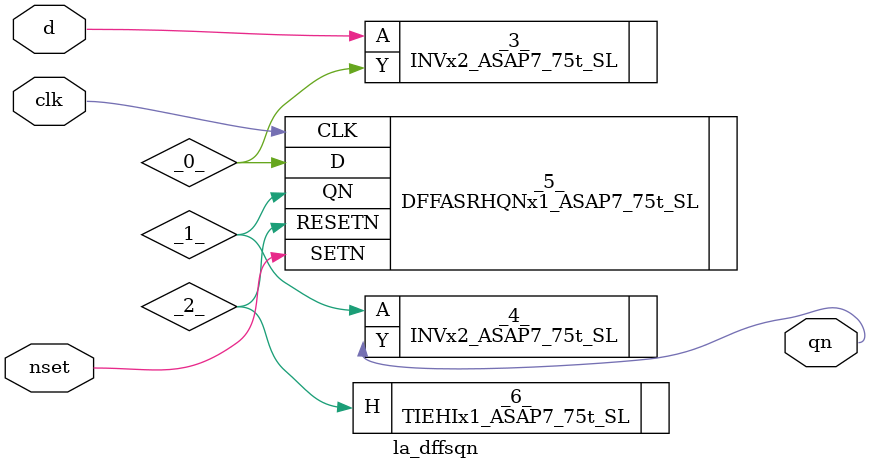
<source format=v>

/* Generated by Yosys 0.44 (git sha1 80ba43d26, g++ 11.4.0-1ubuntu1~22.04 -fPIC -O3) */

(* top =  1  *)
(* src = "inputs/la_dffsqn.v:11.1-24.10" *)
module la_dffsqn (
    d,
    clk,
    nset,
    qn
);
  (* src = "inputs/la_dffsqn.v:20.5-22.23" *)
  wire _0_;
  wire _1_;
  wire _2_;
  (* src = "inputs/la_dffsqn.v:15.11-15.14" *)
  input clk;
  wire clk;
  (* src = "inputs/la_dffsqn.v:14.11-14.12" *)
  input d;
  wire d;
  (* src = "inputs/la_dffsqn.v:16.11-16.15" *)
  input nset;
  wire nset;
  (* src = "inputs/la_dffsqn.v:17.16-17.18" *)
  output qn;
  wire qn;
  INVx2_ASAP7_75t_SL _3_ (
      .A(d),
      .Y(_0_)
  );
  INVx2_ASAP7_75t_SL _4_ (
      .A(_1_),
      .Y(qn)
  );
  (* src = "inputs/la_dffsqn.v:20.5-22.23" *)
  DFFASRHQNx1_ASAP7_75t_SL _5_ (
      .CLK(clk),
      .D(_0_),
      .QN(_1_),
      .RESETN(_2_),
      .SETN(nset)
  );
  TIEHIx1_ASAP7_75t_SL _6_ (.H(_2_));
endmodule

</source>
